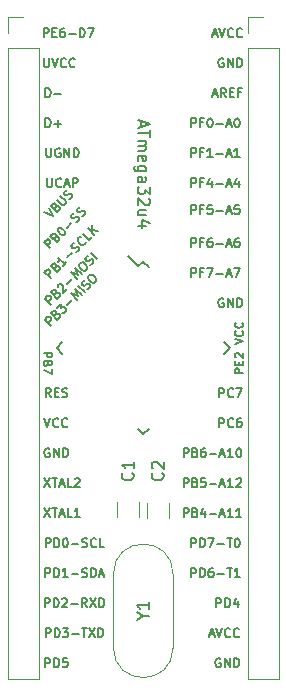
<source format=gto>
%TF.GenerationSoftware,KiCad,Pcbnew,(5.1.7)-1*%
%TF.CreationDate,2020-11-07T21:13:55-05:00*%
%TF.ProjectId,ATmega32u4 Breakout,41546d65-6761-4333-9275-342042726561,rev?*%
%TF.SameCoordinates,Original*%
%TF.FileFunction,Legend,Top*%
%TF.FilePolarity,Positive*%
%FSLAX46Y46*%
G04 Gerber Fmt 4.6, Leading zero omitted, Abs format (unit mm)*
G04 Created by KiCad (PCBNEW (5.1.7)-1) date 2020-11-07 21:13:55*
%MOMM*%
%LPD*%
G01*
G04 APERTURE LIST*
%ADD10C,0.150000*%
%ADD11C,0.120000*%
G04 APERTURE END LIST*
D10*
X141819333Y-78558000D02*
X141819333Y-79034190D01*
X141533619Y-78462761D02*
X142533619Y-78796095D01*
X141533619Y-79129428D01*
X142533619Y-79319904D02*
X142533619Y-79891333D01*
X141533619Y-79605619D02*
X142533619Y-79605619D01*
X141533619Y-80224666D02*
X142200285Y-80224666D01*
X142105047Y-80224666D02*
X142152666Y-80272285D01*
X142200285Y-80367523D01*
X142200285Y-80510380D01*
X142152666Y-80605619D01*
X142057428Y-80653238D01*
X141533619Y-80653238D01*
X142057428Y-80653238D02*
X142152666Y-80700857D01*
X142200285Y-80796095D01*
X142200285Y-80938952D01*
X142152666Y-81034190D01*
X142057428Y-81081809D01*
X141533619Y-81081809D01*
X141581238Y-81938952D02*
X141533619Y-81843714D01*
X141533619Y-81653238D01*
X141581238Y-81558000D01*
X141676476Y-81510380D01*
X142057428Y-81510380D01*
X142152666Y-81558000D01*
X142200285Y-81653238D01*
X142200285Y-81843714D01*
X142152666Y-81938952D01*
X142057428Y-81986571D01*
X141962190Y-81986571D01*
X141866952Y-81510380D01*
X142200285Y-82843714D02*
X141390761Y-82843714D01*
X141295523Y-82796095D01*
X141247904Y-82748476D01*
X141200285Y-82653238D01*
X141200285Y-82510380D01*
X141247904Y-82415142D01*
X141581238Y-82843714D02*
X141533619Y-82748476D01*
X141533619Y-82558000D01*
X141581238Y-82462761D01*
X141628857Y-82415142D01*
X141724095Y-82367523D01*
X142009809Y-82367523D01*
X142105047Y-82415142D01*
X142152666Y-82462761D01*
X142200285Y-82558000D01*
X142200285Y-82748476D01*
X142152666Y-82843714D01*
X141533619Y-83748476D02*
X142057428Y-83748476D01*
X142152666Y-83700857D01*
X142200285Y-83605619D01*
X142200285Y-83415142D01*
X142152666Y-83319904D01*
X141581238Y-83748476D02*
X141533619Y-83653238D01*
X141533619Y-83415142D01*
X141581238Y-83319904D01*
X141676476Y-83272285D01*
X141771714Y-83272285D01*
X141866952Y-83319904D01*
X141914571Y-83415142D01*
X141914571Y-83653238D01*
X141962190Y-83748476D01*
X142533619Y-84129428D02*
X142533619Y-84748476D01*
X142152666Y-84415142D01*
X142152666Y-84558000D01*
X142105047Y-84653238D01*
X142057428Y-84700857D01*
X141962190Y-84748476D01*
X141724095Y-84748476D01*
X141628857Y-84700857D01*
X141581238Y-84653238D01*
X141533619Y-84558000D01*
X141533619Y-84272285D01*
X141581238Y-84177047D01*
X141628857Y-84129428D01*
X142438380Y-85129428D02*
X142486000Y-85177047D01*
X142533619Y-85272285D01*
X142533619Y-85510380D01*
X142486000Y-85605619D01*
X142438380Y-85653238D01*
X142343142Y-85700857D01*
X142247904Y-85700857D01*
X142105047Y-85653238D01*
X141533619Y-85081809D01*
X141533619Y-85700857D01*
X142200285Y-86558000D02*
X141533619Y-86558000D01*
X142200285Y-86129428D02*
X141676476Y-86129428D01*
X141581238Y-86177047D01*
X141533619Y-86272285D01*
X141533619Y-86415142D01*
X141581238Y-86510380D01*
X141628857Y-86558000D01*
X142200285Y-87462761D02*
X141533619Y-87462761D01*
X142581238Y-87224666D02*
X141866952Y-86986571D01*
X141866952Y-87605619D01*
X148526571Y-124085000D02*
X148455142Y-124049285D01*
X148348000Y-124049285D01*
X148240857Y-124085000D01*
X148169428Y-124156428D01*
X148133714Y-124227857D01*
X148098000Y-124370714D01*
X148098000Y-124477857D01*
X148133714Y-124620714D01*
X148169428Y-124692142D01*
X148240857Y-124763571D01*
X148348000Y-124799285D01*
X148419428Y-124799285D01*
X148526571Y-124763571D01*
X148562285Y-124727857D01*
X148562285Y-124477857D01*
X148419428Y-124477857D01*
X148883714Y-124799285D02*
X148883714Y-124049285D01*
X149312285Y-124799285D01*
X149312285Y-124049285D01*
X149669428Y-124799285D02*
X149669428Y-124049285D01*
X149848000Y-124049285D01*
X149955142Y-124085000D01*
X150026571Y-124156428D01*
X150062285Y-124227857D01*
X150098000Y-124370714D01*
X150098000Y-124477857D01*
X150062285Y-124620714D01*
X150026571Y-124692142D01*
X149955142Y-124763571D01*
X149848000Y-124799285D01*
X149669428Y-124799285D01*
X147594000Y-122045000D02*
X147951142Y-122045000D01*
X147522571Y-122259285D02*
X147772571Y-121509285D01*
X148022571Y-122259285D01*
X148165428Y-121509285D02*
X148415428Y-122259285D01*
X148665428Y-121509285D01*
X149344000Y-122187857D02*
X149308285Y-122223571D01*
X149201142Y-122259285D01*
X149129714Y-122259285D01*
X149022571Y-122223571D01*
X148951142Y-122152142D01*
X148915428Y-122080714D01*
X148879714Y-121937857D01*
X148879714Y-121830714D01*
X148915428Y-121687857D01*
X148951142Y-121616428D01*
X149022571Y-121545000D01*
X149129714Y-121509285D01*
X149201142Y-121509285D01*
X149308285Y-121545000D01*
X149344000Y-121580714D01*
X150094000Y-122187857D02*
X150058285Y-122223571D01*
X149951142Y-122259285D01*
X149879714Y-122259285D01*
X149772571Y-122223571D01*
X149701142Y-122152142D01*
X149665428Y-122080714D01*
X149629714Y-121937857D01*
X149629714Y-121830714D01*
X149665428Y-121687857D01*
X149701142Y-121616428D01*
X149772571Y-121545000D01*
X149879714Y-121509285D01*
X149951142Y-121509285D01*
X150058285Y-121545000D01*
X150094000Y-121580714D01*
X148169428Y-119719285D02*
X148169428Y-118969285D01*
X148455142Y-118969285D01*
X148526571Y-119005000D01*
X148562285Y-119040714D01*
X148598000Y-119112142D01*
X148598000Y-119219285D01*
X148562285Y-119290714D01*
X148526571Y-119326428D01*
X148455142Y-119362142D01*
X148169428Y-119362142D01*
X148919428Y-119719285D02*
X148919428Y-118969285D01*
X149098000Y-118969285D01*
X149205142Y-119005000D01*
X149276571Y-119076428D01*
X149312285Y-119147857D01*
X149348000Y-119290714D01*
X149348000Y-119397857D01*
X149312285Y-119540714D01*
X149276571Y-119612142D01*
X149205142Y-119683571D01*
X149098000Y-119719285D01*
X148919428Y-119719285D01*
X149990857Y-119219285D02*
X149990857Y-119719285D01*
X149812285Y-118933571D02*
X149633714Y-119469285D01*
X150098000Y-119469285D01*
X146046285Y-117179285D02*
X146046285Y-116429285D01*
X146332000Y-116429285D01*
X146403428Y-116465000D01*
X146439142Y-116500714D01*
X146474857Y-116572142D01*
X146474857Y-116679285D01*
X146439142Y-116750714D01*
X146403428Y-116786428D01*
X146332000Y-116822142D01*
X146046285Y-116822142D01*
X146796285Y-117179285D02*
X146796285Y-116429285D01*
X146974857Y-116429285D01*
X147082000Y-116465000D01*
X147153428Y-116536428D01*
X147189142Y-116607857D01*
X147224857Y-116750714D01*
X147224857Y-116857857D01*
X147189142Y-117000714D01*
X147153428Y-117072142D01*
X147082000Y-117143571D01*
X146974857Y-117179285D01*
X146796285Y-117179285D01*
X147867714Y-116429285D02*
X147724857Y-116429285D01*
X147653428Y-116465000D01*
X147617714Y-116500714D01*
X147546285Y-116607857D01*
X147510571Y-116750714D01*
X147510571Y-117036428D01*
X147546285Y-117107857D01*
X147582000Y-117143571D01*
X147653428Y-117179285D01*
X147796285Y-117179285D01*
X147867714Y-117143571D01*
X147903428Y-117107857D01*
X147939142Y-117036428D01*
X147939142Y-116857857D01*
X147903428Y-116786428D01*
X147867714Y-116750714D01*
X147796285Y-116715000D01*
X147653428Y-116715000D01*
X147582000Y-116750714D01*
X147546285Y-116786428D01*
X147510571Y-116857857D01*
X148260571Y-116893571D02*
X148832000Y-116893571D01*
X149082000Y-116429285D02*
X149510571Y-116429285D01*
X149296285Y-117179285D02*
X149296285Y-116429285D01*
X150153428Y-117179285D02*
X149724857Y-117179285D01*
X149939142Y-117179285D02*
X149939142Y-116429285D01*
X149867714Y-116536428D01*
X149796285Y-116607857D01*
X149724857Y-116643571D01*
X146046285Y-114639285D02*
X146046285Y-113889285D01*
X146332000Y-113889285D01*
X146403428Y-113925000D01*
X146439142Y-113960714D01*
X146474857Y-114032142D01*
X146474857Y-114139285D01*
X146439142Y-114210714D01*
X146403428Y-114246428D01*
X146332000Y-114282142D01*
X146046285Y-114282142D01*
X146796285Y-114639285D02*
X146796285Y-113889285D01*
X146974857Y-113889285D01*
X147082000Y-113925000D01*
X147153428Y-113996428D01*
X147189142Y-114067857D01*
X147224857Y-114210714D01*
X147224857Y-114317857D01*
X147189142Y-114460714D01*
X147153428Y-114532142D01*
X147082000Y-114603571D01*
X146974857Y-114639285D01*
X146796285Y-114639285D01*
X147474857Y-113889285D02*
X147974857Y-113889285D01*
X147653428Y-114639285D01*
X148260571Y-114353571D02*
X148832000Y-114353571D01*
X149082000Y-113889285D02*
X149510571Y-113889285D01*
X149296285Y-114639285D02*
X149296285Y-113889285D01*
X149903428Y-113889285D02*
X149974857Y-113889285D01*
X150046285Y-113925000D01*
X150082000Y-113960714D01*
X150117714Y-114032142D01*
X150153428Y-114175000D01*
X150153428Y-114353571D01*
X150117714Y-114496428D01*
X150082000Y-114567857D01*
X150046285Y-114603571D01*
X149974857Y-114639285D01*
X149903428Y-114639285D01*
X149832000Y-114603571D01*
X149796285Y-114567857D01*
X149760571Y-114496428D01*
X149724857Y-114353571D01*
X149724857Y-114175000D01*
X149760571Y-114032142D01*
X149796285Y-113960714D01*
X149832000Y-113925000D01*
X149903428Y-113889285D01*
X145399428Y-112099285D02*
X145399428Y-111349285D01*
X145685142Y-111349285D01*
X145756571Y-111385000D01*
X145792285Y-111420714D01*
X145828000Y-111492142D01*
X145828000Y-111599285D01*
X145792285Y-111670714D01*
X145756571Y-111706428D01*
X145685142Y-111742142D01*
X145399428Y-111742142D01*
X146399428Y-111706428D02*
X146506571Y-111742142D01*
X146542285Y-111777857D01*
X146578000Y-111849285D01*
X146578000Y-111956428D01*
X146542285Y-112027857D01*
X146506571Y-112063571D01*
X146435142Y-112099285D01*
X146149428Y-112099285D01*
X146149428Y-111349285D01*
X146399428Y-111349285D01*
X146470857Y-111385000D01*
X146506571Y-111420714D01*
X146542285Y-111492142D01*
X146542285Y-111563571D01*
X146506571Y-111635000D01*
X146470857Y-111670714D01*
X146399428Y-111706428D01*
X146149428Y-111706428D01*
X147220857Y-111599285D02*
X147220857Y-112099285D01*
X147042285Y-111313571D02*
X146863714Y-111849285D01*
X147328000Y-111849285D01*
X147613714Y-111813571D02*
X148185142Y-111813571D01*
X148506571Y-111885000D02*
X148863714Y-111885000D01*
X148435142Y-112099285D02*
X148685142Y-111349285D01*
X148935142Y-112099285D01*
X149578000Y-112099285D02*
X149149428Y-112099285D01*
X149363714Y-112099285D02*
X149363714Y-111349285D01*
X149292285Y-111456428D01*
X149220857Y-111527857D01*
X149149428Y-111563571D01*
X150292285Y-112099285D02*
X149863714Y-112099285D01*
X150078000Y-112099285D02*
X150078000Y-111349285D01*
X150006571Y-111456428D01*
X149935142Y-111527857D01*
X149863714Y-111563571D01*
X145399428Y-109559285D02*
X145399428Y-108809285D01*
X145685142Y-108809285D01*
X145756571Y-108845000D01*
X145792285Y-108880714D01*
X145828000Y-108952142D01*
X145828000Y-109059285D01*
X145792285Y-109130714D01*
X145756571Y-109166428D01*
X145685142Y-109202142D01*
X145399428Y-109202142D01*
X146399428Y-109166428D02*
X146506571Y-109202142D01*
X146542285Y-109237857D01*
X146578000Y-109309285D01*
X146578000Y-109416428D01*
X146542285Y-109487857D01*
X146506571Y-109523571D01*
X146435142Y-109559285D01*
X146149428Y-109559285D01*
X146149428Y-108809285D01*
X146399428Y-108809285D01*
X146470857Y-108845000D01*
X146506571Y-108880714D01*
X146542285Y-108952142D01*
X146542285Y-109023571D01*
X146506571Y-109095000D01*
X146470857Y-109130714D01*
X146399428Y-109166428D01*
X146149428Y-109166428D01*
X147256571Y-108809285D02*
X146899428Y-108809285D01*
X146863714Y-109166428D01*
X146899428Y-109130714D01*
X146970857Y-109095000D01*
X147149428Y-109095000D01*
X147220857Y-109130714D01*
X147256571Y-109166428D01*
X147292285Y-109237857D01*
X147292285Y-109416428D01*
X147256571Y-109487857D01*
X147220857Y-109523571D01*
X147149428Y-109559285D01*
X146970857Y-109559285D01*
X146899428Y-109523571D01*
X146863714Y-109487857D01*
X147613714Y-109273571D02*
X148185142Y-109273571D01*
X148506571Y-109345000D02*
X148863714Y-109345000D01*
X148435142Y-109559285D02*
X148685142Y-108809285D01*
X148935142Y-109559285D01*
X149578000Y-109559285D02*
X149149428Y-109559285D01*
X149363714Y-109559285D02*
X149363714Y-108809285D01*
X149292285Y-108916428D01*
X149220857Y-108987857D01*
X149149428Y-109023571D01*
X149863714Y-108880714D02*
X149899428Y-108845000D01*
X149970857Y-108809285D01*
X150149428Y-108809285D01*
X150220857Y-108845000D01*
X150256571Y-108880714D01*
X150292285Y-108952142D01*
X150292285Y-109023571D01*
X150256571Y-109130714D01*
X149828000Y-109559285D01*
X150292285Y-109559285D01*
X145399428Y-107019285D02*
X145399428Y-106269285D01*
X145685142Y-106269285D01*
X145756571Y-106305000D01*
X145792285Y-106340714D01*
X145828000Y-106412142D01*
X145828000Y-106519285D01*
X145792285Y-106590714D01*
X145756571Y-106626428D01*
X145685142Y-106662142D01*
X145399428Y-106662142D01*
X146399428Y-106626428D02*
X146506571Y-106662142D01*
X146542285Y-106697857D01*
X146578000Y-106769285D01*
X146578000Y-106876428D01*
X146542285Y-106947857D01*
X146506571Y-106983571D01*
X146435142Y-107019285D01*
X146149428Y-107019285D01*
X146149428Y-106269285D01*
X146399428Y-106269285D01*
X146470857Y-106305000D01*
X146506571Y-106340714D01*
X146542285Y-106412142D01*
X146542285Y-106483571D01*
X146506571Y-106555000D01*
X146470857Y-106590714D01*
X146399428Y-106626428D01*
X146149428Y-106626428D01*
X147220857Y-106269285D02*
X147078000Y-106269285D01*
X147006571Y-106305000D01*
X146970857Y-106340714D01*
X146899428Y-106447857D01*
X146863714Y-106590714D01*
X146863714Y-106876428D01*
X146899428Y-106947857D01*
X146935142Y-106983571D01*
X147006571Y-107019285D01*
X147149428Y-107019285D01*
X147220857Y-106983571D01*
X147256571Y-106947857D01*
X147292285Y-106876428D01*
X147292285Y-106697857D01*
X147256571Y-106626428D01*
X147220857Y-106590714D01*
X147149428Y-106555000D01*
X147006571Y-106555000D01*
X146935142Y-106590714D01*
X146899428Y-106626428D01*
X146863714Y-106697857D01*
X147613714Y-106733571D02*
X148185142Y-106733571D01*
X148506571Y-106805000D02*
X148863714Y-106805000D01*
X148435142Y-107019285D02*
X148685142Y-106269285D01*
X148935142Y-107019285D01*
X149578000Y-107019285D02*
X149149428Y-107019285D01*
X149363714Y-107019285D02*
X149363714Y-106269285D01*
X149292285Y-106376428D01*
X149220857Y-106447857D01*
X149149428Y-106483571D01*
X150042285Y-106269285D02*
X150113714Y-106269285D01*
X150185142Y-106305000D01*
X150220857Y-106340714D01*
X150256571Y-106412142D01*
X150292285Y-106555000D01*
X150292285Y-106733571D01*
X150256571Y-106876428D01*
X150220857Y-106947857D01*
X150185142Y-106983571D01*
X150113714Y-107019285D01*
X150042285Y-107019285D01*
X149970857Y-106983571D01*
X149935142Y-106947857D01*
X149899428Y-106876428D01*
X149863714Y-106733571D01*
X149863714Y-106555000D01*
X149899428Y-106412142D01*
X149935142Y-106340714D01*
X149970857Y-106305000D01*
X150042285Y-106269285D01*
X148423428Y-104479285D02*
X148423428Y-103729285D01*
X148709142Y-103729285D01*
X148780571Y-103765000D01*
X148816285Y-103800714D01*
X148852000Y-103872142D01*
X148852000Y-103979285D01*
X148816285Y-104050714D01*
X148780571Y-104086428D01*
X148709142Y-104122142D01*
X148423428Y-104122142D01*
X149602000Y-104407857D02*
X149566285Y-104443571D01*
X149459142Y-104479285D01*
X149387714Y-104479285D01*
X149280571Y-104443571D01*
X149209142Y-104372142D01*
X149173428Y-104300714D01*
X149137714Y-104157857D01*
X149137714Y-104050714D01*
X149173428Y-103907857D01*
X149209142Y-103836428D01*
X149280571Y-103765000D01*
X149387714Y-103729285D01*
X149459142Y-103729285D01*
X149566285Y-103765000D01*
X149602000Y-103800714D01*
X150244857Y-103729285D02*
X150102000Y-103729285D01*
X150030571Y-103765000D01*
X149994857Y-103800714D01*
X149923428Y-103907857D01*
X149887714Y-104050714D01*
X149887714Y-104336428D01*
X149923428Y-104407857D01*
X149959142Y-104443571D01*
X150030571Y-104479285D01*
X150173428Y-104479285D01*
X150244857Y-104443571D01*
X150280571Y-104407857D01*
X150316285Y-104336428D01*
X150316285Y-104157857D01*
X150280571Y-104086428D01*
X150244857Y-104050714D01*
X150173428Y-104015000D01*
X150030571Y-104015000D01*
X149959142Y-104050714D01*
X149923428Y-104086428D01*
X149887714Y-104157857D01*
X148423428Y-101939285D02*
X148423428Y-101189285D01*
X148709142Y-101189285D01*
X148780571Y-101225000D01*
X148816285Y-101260714D01*
X148852000Y-101332142D01*
X148852000Y-101439285D01*
X148816285Y-101510714D01*
X148780571Y-101546428D01*
X148709142Y-101582142D01*
X148423428Y-101582142D01*
X149602000Y-101867857D02*
X149566285Y-101903571D01*
X149459142Y-101939285D01*
X149387714Y-101939285D01*
X149280571Y-101903571D01*
X149209142Y-101832142D01*
X149173428Y-101760714D01*
X149137714Y-101617857D01*
X149137714Y-101510714D01*
X149173428Y-101367857D01*
X149209142Y-101296428D01*
X149280571Y-101225000D01*
X149387714Y-101189285D01*
X149459142Y-101189285D01*
X149566285Y-101225000D01*
X149602000Y-101260714D01*
X149852000Y-101189285D02*
X150352000Y-101189285D01*
X150030571Y-101939285D01*
X150430666Y-99893333D02*
X149730666Y-99893333D01*
X149730666Y-99626666D01*
X149764000Y-99560000D01*
X149797333Y-99526666D01*
X149864000Y-99493333D01*
X149964000Y-99493333D01*
X150030666Y-99526666D01*
X150064000Y-99560000D01*
X150097333Y-99626666D01*
X150097333Y-99893333D01*
X150064000Y-99193333D02*
X150064000Y-98960000D01*
X150430666Y-98860000D02*
X150430666Y-99193333D01*
X149730666Y-99193333D01*
X149730666Y-98860000D01*
X149797333Y-98593333D02*
X149764000Y-98560000D01*
X149730666Y-98493333D01*
X149730666Y-98326666D01*
X149764000Y-98260000D01*
X149797333Y-98226666D01*
X149864000Y-98193333D01*
X149930666Y-98193333D01*
X150030666Y-98226666D01*
X150430666Y-98626666D01*
X150430666Y-98193333D01*
X149730666Y-97453333D02*
X150430666Y-97220000D01*
X149730666Y-96986666D01*
X150364000Y-96353333D02*
X150397333Y-96386666D01*
X150430666Y-96486666D01*
X150430666Y-96553333D01*
X150397333Y-96653333D01*
X150330666Y-96720000D01*
X150264000Y-96753333D01*
X150130666Y-96786666D01*
X150030666Y-96786666D01*
X149897333Y-96753333D01*
X149830666Y-96720000D01*
X149764000Y-96653333D01*
X149730666Y-96553333D01*
X149730666Y-96486666D01*
X149764000Y-96386666D01*
X149797333Y-96353333D01*
X150364000Y-95653333D02*
X150397333Y-95686666D01*
X150430666Y-95786666D01*
X150430666Y-95853333D01*
X150397333Y-95953333D01*
X150330666Y-96020000D01*
X150264000Y-96053333D01*
X150130666Y-96086666D01*
X150030666Y-96086666D01*
X149897333Y-96053333D01*
X149830666Y-96020000D01*
X149764000Y-95953333D01*
X149730666Y-95853333D01*
X149730666Y-95786666D01*
X149764000Y-95686666D01*
X149797333Y-95653333D01*
X148780571Y-93605000D02*
X148709142Y-93569285D01*
X148602000Y-93569285D01*
X148494857Y-93605000D01*
X148423428Y-93676428D01*
X148387714Y-93747857D01*
X148352000Y-93890714D01*
X148352000Y-93997857D01*
X148387714Y-94140714D01*
X148423428Y-94212142D01*
X148494857Y-94283571D01*
X148602000Y-94319285D01*
X148673428Y-94319285D01*
X148780571Y-94283571D01*
X148816285Y-94247857D01*
X148816285Y-93997857D01*
X148673428Y-93997857D01*
X149137714Y-94319285D02*
X149137714Y-93569285D01*
X149566285Y-94319285D01*
X149566285Y-93569285D01*
X149923428Y-94319285D02*
X149923428Y-93569285D01*
X150102000Y-93569285D01*
X150209142Y-93605000D01*
X150280571Y-93676428D01*
X150316285Y-93747857D01*
X150352000Y-93890714D01*
X150352000Y-93997857D01*
X150316285Y-94140714D01*
X150280571Y-94212142D01*
X150209142Y-94283571D01*
X150102000Y-94319285D01*
X149923428Y-94319285D01*
X146064142Y-91779285D02*
X146064142Y-91029285D01*
X146349857Y-91029285D01*
X146421285Y-91065000D01*
X146457000Y-91100714D01*
X146492714Y-91172142D01*
X146492714Y-91279285D01*
X146457000Y-91350714D01*
X146421285Y-91386428D01*
X146349857Y-91422142D01*
X146064142Y-91422142D01*
X147064142Y-91386428D02*
X146814142Y-91386428D01*
X146814142Y-91779285D02*
X146814142Y-91029285D01*
X147171285Y-91029285D01*
X147385571Y-91029285D02*
X147885571Y-91029285D01*
X147564142Y-91779285D01*
X148171285Y-91493571D02*
X148742714Y-91493571D01*
X149064142Y-91565000D02*
X149421285Y-91565000D01*
X148992714Y-91779285D02*
X149242714Y-91029285D01*
X149492714Y-91779285D01*
X149671285Y-91029285D02*
X150171285Y-91029285D01*
X149849857Y-91779285D01*
X146064142Y-89239285D02*
X146064142Y-88489285D01*
X146349857Y-88489285D01*
X146421285Y-88525000D01*
X146457000Y-88560714D01*
X146492714Y-88632142D01*
X146492714Y-88739285D01*
X146457000Y-88810714D01*
X146421285Y-88846428D01*
X146349857Y-88882142D01*
X146064142Y-88882142D01*
X147064142Y-88846428D02*
X146814142Y-88846428D01*
X146814142Y-89239285D02*
X146814142Y-88489285D01*
X147171285Y-88489285D01*
X147778428Y-88489285D02*
X147635571Y-88489285D01*
X147564142Y-88525000D01*
X147528428Y-88560714D01*
X147457000Y-88667857D01*
X147421285Y-88810714D01*
X147421285Y-89096428D01*
X147457000Y-89167857D01*
X147492714Y-89203571D01*
X147564142Y-89239285D01*
X147707000Y-89239285D01*
X147778428Y-89203571D01*
X147814142Y-89167857D01*
X147849857Y-89096428D01*
X147849857Y-88917857D01*
X147814142Y-88846428D01*
X147778428Y-88810714D01*
X147707000Y-88775000D01*
X147564142Y-88775000D01*
X147492714Y-88810714D01*
X147457000Y-88846428D01*
X147421285Y-88917857D01*
X148171285Y-88953571D02*
X148742714Y-88953571D01*
X149064142Y-89025000D02*
X149421285Y-89025000D01*
X148992714Y-89239285D02*
X149242714Y-88489285D01*
X149492714Y-89239285D01*
X150064142Y-88489285D02*
X149921285Y-88489285D01*
X149849857Y-88525000D01*
X149814142Y-88560714D01*
X149742714Y-88667857D01*
X149707000Y-88810714D01*
X149707000Y-89096428D01*
X149742714Y-89167857D01*
X149778428Y-89203571D01*
X149849857Y-89239285D01*
X149992714Y-89239285D01*
X150064142Y-89203571D01*
X150099857Y-89167857D01*
X150135571Y-89096428D01*
X150135571Y-88917857D01*
X150099857Y-88846428D01*
X150064142Y-88810714D01*
X149992714Y-88775000D01*
X149849857Y-88775000D01*
X149778428Y-88810714D01*
X149742714Y-88846428D01*
X149707000Y-88917857D01*
X146064142Y-86445285D02*
X146064142Y-85695285D01*
X146349857Y-85695285D01*
X146421285Y-85731000D01*
X146457000Y-85766714D01*
X146492714Y-85838142D01*
X146492714Y-85945285D01*
X146457000Y-86016714D01*
X146421285Y-86052428D01*
X146349857Y-86088142D01*
X146064142Y-86088142D01*
X147064142Y-86052428D02*
X146814142Y-86052428D01*
X146814142Y-86445285D02*
X146814142Y-85695285D01*
X147171285Y-85695285D01*
X147814142Y-85695285D02*
X147457000Y-85695285D01*
X147421285Y-86052428D01*
X147457000Y-86016714D01*
X147528428Y-85981000D01*
X147707000Y-85981000D01*
X147778428Y-86016714D01*
X147814142Y-86052428D01*
X147849857Y-86123857D01*
X147849857Y-86302428D01*
X147814142Y-86373857D01*
X147778428Y-86409571D01*
X147707000Y-86445285D01*
X147528428Y-86445285D01*
X147457000Y-86409571D01*
X147421285Y-86373857D01*
X148171285Y-86159571D02*
X148742714Y-86159571D01*
X149064142Y-86231000D02*
X149421285Y-86231000D01*
X148992714Y-86445285D02*
X149242714Y-85695285D01*
X149492714Y-86445285D01*
X150099857Y-85695285D02*
X149742714Y-85695285D01*
X149707000Y-86052428D01*
X149742714Y-86016714D01*
X149814142Y-85981000D01*
X149992714Y-85981000D01*
X150064142Y-86016714D01*
X150099857Y-86052428D01*
X150135571Y-86123857D01*
X150135571Y-86302428D01*
X150099857Y-86373857D01*
X150064142Y-86409571D01*
X149992714Y-86445285D01*
X149814142Y-86445285D01*
X149742714Y-86409571D01*
X149707000Y-86373857D01*
X146064142Y-84159285D02*
X146064142Y-83409285D01*
X146349857Y-83409285D01*
X146421285Y-83445000D01*
X146457000Y-83480714D01*
X146492714Y-83552142D01*
X146492714Y-83659285D01*
X146457000Y-83730714D01*
X146421285Y-83766428D01*
X146349857Y-83802142D01*
X146064142Y-83802142D01*
X147064142Y-83766428D02*
X146814142Y-83766428D01*
X146814142Y-84159285D02*
X146814142Y-83409285D01*
X147171285Y-83409285D01*
X147778428Y-83659285D02*
X147778428Y-84159285D01*
X147599857Y-83373571D02*
X147421285Y-83909285D01*
X147885571Y-83909285D01*
X148171285Y-83873571D02*
X148742714Y-83873571D01*
X149064142Y-83945000D02*
X149421285Y-83945000D01*
X148992714Y-84159285D02*
X149242714Y-83409285D01*
X149492714Y-84159285D01*
X150064142Y-83659285D02*
X150064142Y-84159285D01*
X149885571Y-83373571D02*
X149707000Y-83909285D01*
X150171285Y-83909285D01*
X146064142Y-81619285D02*
X146064142Y-80869285D01*
X146349857Y-80869285D01*
X146421285Y-80905000D01*
X146457000Y-80940714D01*
X146492714Y-81012142D01*
X146492714Y-81119285D01*
X146457000Y-81190714D01*
X146421285Y-81226428D01*
X146349857Y-81262142D01*
X146064142Y-81262142D01*
X147064142Y-81226428D02*
X146814142Y-81226428D01*
X146814142Y-81619285D02*
X146814142Y-80869285D01*
X147171285Y-80869285D01*
X147849857Y-81619285D02*
X147421285Y-81619285D01*
X147635571Y-81619285D02*
X147635571Y-80869285D01*
X147564142Y-80976428D01*
X147492714Y-81047857D01*
X147421285Y-81083571D01*
X148171285Y-81333571D02*
X148742714Y-81333571D01*
X149064142Y-81405000D02*
X149421285Y-81405000D01*
X148992714Y-81619285D02*
X149242714Y-80869285D01*
X149492714Y-81619285D01*
X150135571Y-81619285D02*
X149707000Y-81619285D01*
X149921285Y-81619285D02*
X149921285Y-80869285D01*
X149849857Y-80976428D01*
X149778428Y-81047857D01*
X149707000Y-81083571D01*
X146064142Y-79079285D02*
X146064142Y-78329285D01*
X146349857Y-78329285D01*
X146421285Y-78365000D01*
X146457000Y-78400714D01*
X146492714Y-78472142D01*
X146492714Y-78579285D01*
X146457000Y-78650714D01*
X146421285Y-78686428D01*
X146349857Y-78722142D01*
X146064142Y-78722142D01*
X147064142Y-78686428D02*
X146814142Y-78686428D01*
X146814142Y-79079285D02*
X146814142Y-78329285D01*
X147171285Y-78329285D01*
X147599857Y-78329285D02*
X147671285Y-78329285D01*
X147742714Y-78365000D01*
X147778428Y-78400714D01*
X147814142Y-78472142D01*
X147849857Y-78615000D01*
X147849857Y-78793571D01*
X147814142Y-78936428D01*
X147778428Y-79007857D01*
X147742714Y-79043571D01*
X147671285Y-79079285D01*
X147599857Y-79079285D01*
X147528428Y-79043571D01*
X147492714Y-79007857D01*
X147457000Y-78936428D01*
X147421285Y-78793571D01*
X147421285Y-78615000D01*
X147457000Y-78472142D01*
X147492714Y-78400714D01*
X147528428Y-78365000D01*
X147599857Y-78329285D01*
X148171285Y-78793571D02*
X148742714Y-78793571D01*
X149064142Y-78865000D02*
X149421285Y-78865000D01*
X148992714Y-79079285D02*
X149242714Y-78329285D01*
X149492714Y-79079285D01*
X149885571Y-78329285D02*
X149957000Y-78329285D01*
X150028428Y-78365000D01*
X150064142Y-78400714D01*
X150099857Y-78472142D01*
X150135571Y-78615000D01*
X150135571Y-78793571D01*
X150099857Y-78936428D01*
X150064142Y-79007857D01*
X150028428Y-79043571D01*
X149957000Y-79079285D01*
X149885571Y-79079285D01*
X149814142Y-79043571D01*
X149778428Y-79007857D01*
X149742714Y-78936428D01*
X149707000Y-78793571D01*
X149707000Y-78615000D01*
X149742714Y-78472142D01*
X149778428Y-78400714D01*
X149814142Y-78365000D01*
X149885571Y-78329285D01*
X147883714Y-76325000D02*
X148240857Y-76325000D01*
X147812285Y-76539285D02*
X148062285Y-75789285D01*
X148312285Y-76539285D01*
X148990857Y-76539285D02*
X148740857Y-76182142D01*
X148562285Y-76539285D02*
X148562285Y-75789285D01*
X148848000Y-75789285D01*
X148919428Y-75825000D01*
X148955142Y-75860714D01*
X148990857Y-75932142D01*
X148990857Y-76039285D01*
X148955142Y-76110714D01*
X148919428Y-76146428D01*
X148848000Y-76182142D01*
X148562285Y-76182142D01*
X149312285Y-76146428D02*
X149562285Y-76146428D01*
X149669428Y-76539285D02*
X149312285Y-76539285D01*
X149312285Y-75789285D01*
X149669428Y-75789285D01*
X150240857Y-76146428D02*
X149990857Y-76146428D01*
X149990857Y-76539285D02*
X149990857Y-75789285D01*
X150348000Y-75789285D01*
X148780571Y-73285000D02*
X148709142Y-73249285D01*
X148602000Y-73249285D01*
X148494857Y-73285000D01*
X148423428Y-73356428D01*
X148387714Y-73427857D01*
X148352000Y-73570714D01*
X148352000Y-73677857D01*
X148387714Y-73820714D01*
X148423428Y-73892142D01*
X148494857Y-73963571D01*
X148602000Y-73999285D01*
X148673428Y-73999285D01*
X148780571Y-73963571D01*
X148816285Y-73927857D01*
X148816285Y-73677857D01*
X148673428Y-73677857D01*
X149137714Y-73999285D02*
X149137714Y-73249285D01*
X149566285Y-73999285D01*
X149566285Y-73249285D01*
X149923428Y-73999285D02*
X149923428Y-73249285D01*
X150102000Y-73249285D01*
X150209142Y-73285000D01*
X150280571Y-73356428D01*
X150316285Y-73427857D01*
X150352000Y-73570714D01*
X150352000Y-73677857D01*
X150316285Y-73820714D01*
X150280571Y-73892142D01*
X150209142Y-73963571D01*
X150102000Y-73999285D01*
X149923428Y-73999285D01*
X147848000Y-71245000D02*
X148205142Y-71245000D01*
X147776571Y-71459285D02*
X148026571Y-70709285D01*
X148276571Y-71459285D01*
X148419428Y-70709285D02*
X148669428Y-71459285D01*
X148919428Y-70709285D01*
X149598000Y-71387857D02*
X149562285Y-71423571D01*
X149455142Y-71459285D01*
X149383714Y-71459285D01*
X149276571Y-71423571D01*
X149205142Y-71352142D01*
X149169428Y-71280714D01*
X149133714Y-71137857D01*
X149133714Y-71030714D01*
X149169428Y-70887857D01*
X149205142Y-70816428D01*
X149276571Y-70745000D01*
X149383714Y-70709285D01*
X149455142Y-70709285D01*
X149562285Y-70745000D01*
X149598000Y-70780714D01*
X150348000Y-71387857D02*
X150312285Y-71423571D01*
X150205142Y-71459285D01*
X150133714Y-71459285D01*
X150026571Y-71423571D01*
X149955142Y-71352142D01*
X149919428Y-71280714D01*
X149883714Y-71137857D01*
X149883714Y-71030714D01*
X149919428Y-70887857D01*
X149955142Y-70816428D01*
X150026571Y-70745000D01*
X150133714Y-70709285D01*
X150205142Y-70709285D01*
X150312285Y-70745000D01*
X150348000Y-70780714D01*
X133691428Y-124799285D02*
X133691428Y-124049285D01*
X133977142Y-124049285D01*
X134048571Y-124085000D01*
X134084285Y-124120714D01*
X134120000Y-124192142D01*
X134120000Y-124299285D01*
X134084285Y-124370714D01*
X134048571Y-124406428D01*
X133977142Y-124442142D01*
X133691428Y-124442142D01*
X134441428Y-124799285D02*
X134441428Y-124049285D01*
X134620000Y-124049285D01*
X134727142Y-124085000D01*
X134798571Y-124156428D01*
X134834285Y-124227857D01*
X134870000Y-124370714D01*
X134870000Y-124477857D01*
X134834285Y-124620714D01*
X134798571Y-124692142D01*
X134727142Y-124763571D01*
X134620000Y-124799285D01*
X134441428Y-124799285D01*
X135548571Y-124049285D02*
X135191428Y-124049285D01*
X135155714Y-124406428D01*
X135191428Y-124370714D01*
X135262857Y-124335000D01*
X135441428Y-124335000D01*
X135512857Y-124370714D01*
X135548571Y-124406428D01*
X135584285Y-124477857D01*
X135584285Y-124656428D01*
X135548571Y-124727857D01*
X135512857Y-124763571D01*
X135441428Y-124799285D01*
X135262857Y-124799285D01*
X135191428Y-124763571D01*
X135155714Y-124727857D01*
X133733285Y-122259285D02*
X133733285Y-121509285D01*
X134019000Y-121509285D01*
X134090428Y-121545000D01*
X134126142Y-121580714D01*
X134161857Y-121652142D01*
X134161857Y-121759285D01*
X134126142Y-121830714D01*
X134090428Y-121866428D01*
X134019000Y-121902142D01*
X133733285Y-121902142D01*
X134483285Y-122259285D02*
X134483285Y-121509285D01*
X134661857Y-121509285D01*
X134769000Y-121545000D01*
X134840428Y-121616428D01*
X134876142Y-121687857D01*
X134911857Y-121830714D01*
X134911857Y-121937857D01*
X134876142Y-122080714D01*
X134840428Y-122152142D01*
X134769000Y-122223571D01*
X134661857Y-122259285D01*
X134483285Y-122259285D01*
X135161857Y-121509285D02*
X135626142Y-121509285D01*
X135376142Y-121795000D01*
X135483285Y-121795000D01*
X135554714Y-121830714D01*
X135590428Y-121866428D01*
X135626142Y-121937857D01*
X135626142Y-122116428D01*
X135590428Y-122187857D01*
X135554714Y-122223571D01*
X135483285Y-122259285D01*
X135269000Y-122259285D01*
X135197571Y-122223571D01*
X135161857Y-122187857D01*
X135947571Y-121973571D02*
X136519000Y-121973571D01*
X136769000Y-121509285D02*
X137197571Y-121509285D01*
X136983285Y-122259285D02*
X136983285Y-121509285D01*
X137376142Y-121509285D02*
X137876142Y-122259285D01*
X137876142Y-121509285D02*
X137376142Y-122259285D01*
X138161857Y-122259285D02*
X138161857Y-121509285D01*
X138340428Y-121509285D01*
X138447571Y-121545000D01*
X138519000Y-121616428D01*
X138554714Y-121687857D01*
X138590428Y-121830714D01*
X138590428Y-121937857D01*
X138554714Y-122080714D01*
X138519000Y-122152142D01*
X138447571Y-122223571D01*
X138340428Y-122259285D01*
X138161857Y-122259285D01*
X133644000Y-119719285D02*
X133644000Y-118969285D01*
X133929714Y-118969285D01*
X134001142Y-119005000D01*
X134036857Y-119040714D01*
X134072571Y-119112142D01*
X134072571Y-119219285D01*
X134036857Y-119290714D01*
X134001142Y-119326428D01*
X133929714Y-119362142D01*
X133644000Y-119362142D01*
X134394000Y-119719285D02*
X134394000Y-118969285D01*
X134572571Y-118969285D01*
X134679714Y-119005000D01*
X134751142Y-119076428D01*
X134786857Y-119147857D01*
X134822571Y-119290714D01*
X134822571Y-119397857D01*
X134786857Y-119540714D01*
X134751142Y-119612142D01*
X134679714Y-119683571D01*
X134572571Y-119719285D01*
X134394000Y-119719285D01*
X135108285Y-119040714D02*
X135144000Y-119005000D01*
X135215428Y-118969285D01*
X135394000Y-118969285D01*
X135465428Y-119005000D01*
X135501142Y-119040714D01*
X135536857Y-119112142D01*
X135536857Y-119183571D01*
X135501142Y-119290714D01*
X135072571Y-119719285D01*
X135536857Y-119719285D01*
X135858285Y-119433571D02*
X136429714Y-119433571D01*
X137215428Y-119719285D02*
X136965428Y-119362142D01*
X136786857Y-119719285D02*
X136786857Y-118969285D01*
X137072571Y-118969285D01*
X137144000Y-119005000D01*
X137179714Y-119040714D01*
X137215428Y-119112142D01*
X137215428Y-119219285D01*
X137179714Y-119290714D01*
X137144000Y-119326428D01*
X137072571Y-119362142D01*
X136786857Y-119362142D01*
X137465428Y-118969285D02*
X137965428Y-119719285D01*
X137965428Y-118969285D02*
X137465428Y-119719285D01*
X138251142Y-119719285D02*
X138251142Y-118969285D01*
X138429714Y-118969285D01*
X138536857Y-119005000D01*
X138608285Y-119076428D01*
X138644000Y-119147857D01*
X138679714Y-119290714D01*
X138679714Y-119397857D01*
X138644000Y-119540714D01*
X138608285Y-119612142D01*
X138536857Y-119683571D01*
X138429714Y-119719285D01*
X138251142Y-119719285D01*
X133697571Y-117179285D02*
X133697571Y-116429285D01*
X133983285Y-116429285D01*
X134054714Y-116465000D01*
X134090428Y-116500714D01*
X134126142Y-116572142D01*
X134126142Y-116679285D01*
X134090428Y-116750714D01*
X134054714Y-116786428D01*
X133983285Y-116822142D01*
X133697571Y-116822142D01*
X134447571Y-117179285D02*
X134447571Y-116429285D01*
X134626142Y-116429285D01*
X134733285Y-116465000D01*
X134804714Y-116536428D01*
X134840428Y-116607857D01*
X134876142Y-116750714D01*
X134876142Y-116857857D01*
X134840428Y-117000714D01*
X134804714Y-117072142D01*
X134733285Y-117143571D01*
X134626142Y-117179285D01*
X134447571Y-117179285D01*
X135590428Y-117179285D02*
X135161857Y-117179285D01*
X135376142Y-117179285D02*
X135376142Y-116429285D01*
X135304714Y-116536428D01*
X135233285Y-116607857D01*
X135161857Y-116643571D01*
X135911857Y-116893571D02*
X136483285Y-116893571D01*
X136804714Y-117143571D02*
X136911857Y-117179285D01*
X137090428Y-117179285D01*
X137161857Y-117143571D01*
X137197571Y-117107857D01*
X137233285Y-117036428D01*
X137233285Y-116965000D01*
X137197571Y-116893571D01*
X137161857Y-116857857D01*
X137090428Y-116822142D01*
X136947571Y-116786428D01*
X136876142Y-116750714D01*
X136840428Y-116715000D01*
X136804714Y-116643571D01*
X136804714Y-116572142D01*
X136840428Y-116500714D01*
X136876142Y-116465000D01*
X136947571Y-116429285D01*
X137126142Y-116429285D01*
X137233285Y-116465000D01*
X137554714Y-117179285D02*
X137554714Y-116429285D01*
X137733285Y-116429285D01*
X137840428Y-116465000D01*
X137911857Y-116536428D01*
X137947571Y-116607857D01*
X137983285Y-116750714D01*
X137983285Y-116857857D01*
X137947571Y-117000714D01*
X137911857Y-117072142D01*
X137840428Y-117143571D01*
X137733285Y-117179285D01*
X137554714Y-117179285D01*
X138269000Y-116965000D02*
X138626142Y-116965000D01*
X138197571Y-117179285D02*
X138447571Y-116429285D01*
X138697571Y-117179285D01*
X133715428Y-114639285D02*
X133715428Y-113889285D01*
X134001142Y-113889285D01*
X134072571Y-113925000D01*
X134108285Y-113960714D01*
X134144000Y-114032142D01*
X134144000Y-114139285D01*
X134108285Y-114210714D01*
X134072571Y-114246428D01*
X134001142Y-114282142D01*
X133715428Y-114282142D01*
X134465428Y-114639285D02*
X134465428Y-113889285D01*
X134644000Y-113889285D01*
X134751142Y-113925000D01*
X134822571Y-113996428D01*
X134858285Y-114067857D01*
X134894000Y-114210714D01*
X134894000Y-114317857D01*
X134858285Y-114460714D01*
X134822571Y-114532142D01*
X134751142Y-114603571D01*
X134644000Y-114639285D01*
X134465428Y-114639285D01*
X135358285Y-113889285D02*
X135429714Y-113889285D01*
X135501142Y-113925000D01*
X135536857Y-113960714D01*
X135572571Y-114032142D01*
X135608285Y-114175000D01*
X135608285Y-114353571D01*
X135572571Y-114496428D01*
X135536857Y-114567857D01*
X135501142Y-114603571D01*
X135429714Y-114639285D01*
X135358285Y-114639285D01*
X135286857Y-114603571D01*
X135251142Y-114567857D01*
X135215428Y-114496428D01*
X135179714Y-114353571D01*
X135179714Y-114175000D01*
X135215428Y-114032142D01*
X135251142Y-113960714D01*
X135286857Y-113925000D01*
X135358285Y-113889285D01*
X135929714Y-114353571D02*
X136501142Y-114353571D01*
X136822571Y-114603571D02*
X136929714Y-114639285D01*
X137108285Y-114639285D01*
X137179714Y-114603571D01*
X137215428Y-114567857D01*
X137251142Y-114496428D01*
X137251142Y-114425000D01*
X137215428Y-114353571D01*
X137179714Y-114317857D01*
X137108285Y-114282142D01*
X136965428Y-114246428D01*
X136894000Y-114210714D01*
X136858285Y-114175000D01*
X136822571Y-114103571D01*
X136822571Y-114032142D01*
X136858285Y-113960714D01*
X136894000Y-113925000D01*
X136965428Y-113889285D01*
X137144000Y-113889285D01*
X137251142Y-113925000D01*
X138001142Y-114567857D02*
X137965428Y-114603571D01*
X137858285Y-114639285D01*
X137786857Y-114639285D01*
X137679714Y-114603571D01*
X137608285Y-114532142D01*
X137572571Y-114460714D01*
X137536857Y-114317857D01*
X137536857Y-114210714D01*
X137572571Y-114067857D01*
X137608285Y-113996428D01*
X137679714Y-113925000D01*
X137786857Y-113889285D01*
X137858285Y-113889285D01*
X137965428Y-113925000D01*
X138001142Y-113960714D01*
X138679714Y-114639285D02*
X138322571Y-114639285D01*
X138322571Y-113889285D01*
X133610142Y-111349285D02*
X134110142Y-112099285D01*
X134110142Y-111349285D02*
X133610142Y-112099285D01*
X134288714Y-111349285D02*
X134717285Y-111349285D01*
X134503000Y-112099285D02*
X134503000Y-111349285D01*
X134931571Y-111885000D02*
X135288714Y-111885000D01*
X134860142Y-112099285D02*
X135110142Y-111349285D01*
X135360142Y-112099285D01*
X135967285Y-112099285D02*
X135610142Y-112099285D01*
X135610142Y-111349285D01*
X136610142Y-112099285D02*
X136181571Y-112099285D01*
X136395857Y-112099285D02*
X136395857Y-111349285D01*
X136324428Y-111456428D01*
X136253000Y-111527857D01*
X136181571Y-111563571D01*
X133610142Y-108809285D02*
X134110142Y-109559285D01*
X134110142Y-108809285D02*
X133610142Y-109559285D01*
X134288714Y-108809285D02*
X134717285Y-108809285D01*
X134503000Y-109559285D02*
X134503000Y-108809285D01*
X134931571Y-109345000D02*
X135288714Y-109345000D01*
X134860142Y-109559285D02*
X135110142Y-108809285D01*
X135360142Y-109559285D01*
X135967285Y-109559285D02*
X135610142Y-109559285D01*
X135610142Y-108809285D01*
X136181571Y-108880714D02*
X136217285Y-108845000D01*
X136288714Y-108809285D01*
X136467285Y-108809285D01*
X136538714Y-108845000D01*
X136574428Y-108880714D01*
X136610142Y-108952142D01*
X136610142Y-109023571D01*
X136574428Y-109130714D01*
X136145857Y-109559285D01*
X136610142Y-109559285D01*
X134048571Y-106305000D02*
X133977142Y-106269285D01*
X133870000Y-106269285D01*
X133762857Y-106305000D01*
X133691428Y-106376428D01*
X133655714Y-106447857D01*
X133620000Y-106590714D01*
X133620000Y-106697857D01*
X133655714Y-106840714D01*
X133691428Y-106912142D01*
X133762857Y-106983571D01*
X133870000Y-107019285D01*
X133941428Y-107019285D01*
X134048571Y-106983571D01*
X134084285Y-106947857D01*
X134084285Y-106697857D01*
X133941428Y-106697857D01*
X134405714Y-107019285D02*
X134405714Y-106269285D01*
X134834285Y-107019285D01*
X134834285Y-106269285D01*
X135191428Y-107019285D02*
X135191428Y-106269285D01*
X135370000Y-106269285D01*
X135477142Y-106305000D01*
X135548571Y-106376428D01*
X135584285Y-106447857D01*
X135620000Y-106590714D01*
X135620000Y-106697857D01*
X135584285Y-106840714D01*
X135548571Y-106912142D01*
X135477142Y-106983571D01*
X135370000Y-107019285D01*
X135191428Y-107019285D01*
X133620000Y-103729285D02*
X133870000Y-104479285D01*
X134120000Y-103729285D01*
X134798571Y-104407857D02*
X134762857Y-104443571D01*
X134655714Y-104479285D01*
X134584285Y-104479285D01*
X134477142Y-104443571D01*
X134405714Y-104372142D01*
X134370000Y-104300714D01*
X134334285Y-104157857D01*
X134334285Y-104050714D01*
X134370000Y-103907857D01*
X134405714Y-103836428D01*
X134477142Y-103765000D01*
X134584285Y-103729285D01*
X134655714Y-103729285D01*
X134762857Y-103765000D01*
X134798571Y-103800714D01*
X135548571Y-104407857D02*
X135512857Y-104443571D01*
X135405714Y-104479285D01*
X135334285Y-104479285D01*
X135227142Y-104443571D01*
X135155714Y-104372142D01*
X135120000Y-104300714D01*
X135084285Y-104157857D01*
X135084285Y-104050714D01*
X135120000Y-103907857D01*
X135155714Y-103836428D01*
X135227142Y-103765000D01*
X135334285Y-103729285D01*
X135405714Y-103729285D01*
X135512857Y-103765000D01*
X135548571Y-103800714D01*
X134155714Y-101939285D02*
X133905714Y-101582142D01*
X133727142Y-101939285D02*
X133727142Y-101189285D01*
X134012857Y-101189285D01*
X134084285Y-101225000D01*
X134120000Y-101260714D01*
X134155714Y-101332142D01*
X134155714Y-101439285D01*
X134120000Y-101510714D01*
X134084285Y-101546428D01*
X134012857Y-101582142D01*
X133727142Y-101582142D01*
X134477142Y-101546428D02*
X134727142Y-101546428D01*
X134834285Y-101939285D02*
X134477142Y-101939285D01*
X134477142Y-101189285D01*
X134834285Y-101189285D01*
X135120000Y-101903571D02*
X135227142Y-101939285D01*
X135405714Y-101939285D01*
X135477142Y-101903571D01*
X135512857Y-101867857D01*
X135548571Y-101796428D01*
X135548571Y-101725000D01*
X135512857Y-101653571D01*
X135477142Y-101617857D01*
X135405714Y-101582142D01*
X135262857Y-101546428D01*
X135191428Y-101510714D01*
X135155714Y-101475000D01*
X135120000Y-101403571D01*
X135120000Y-101332142D01*
X135155714Y-101260714D01*
X135191428Y-101225000D01*
X135262857Y-101189285D01*
X135441428Y-101189285D01*
X135548571Y-101225000D01*
X133541333Y-98193333D02*
X134241333Y-98193333D01*
X134241333Y-98460000D01*
X134208000Y-98526666D01*
X134174666Y-98560000D01*
X134108000Y-98593333D01*
X134008000Y-98593333D01*
X133941333Y-98560000D01*
X133908000Y-98526666D01*
X133874666Y-98460000D01*
X133874666Y-98193333D01*
X133908000Y-99126666D02*
X133874666Y-99226666D01*
X133841333Y-99260000D01*
X133774666Y-99293333D01*
X133674666Y-99293333D01*
X133608000Y-99260000D01*
X133574666Y-99226666D01*
X133541333Y-99160000D01*
X133541333Y-98893333D01*
X134241333Y-98893333D01*
X134241333Y-99126666D01*
X134208000Y-99193333D01*
X134174666Y-99226666D01*
X134108000Y-99260000D01*
X134041333Y-99260000D01*
X133974666Y-99226666D01*
X133941333Y-99193333D01*
X133908000Y-99126666D01*
X133908000Y-98893333D01*
X134241333Y-99526666D02*
X134241333Y-99993333D01*
X133541333Y-99693333D01*
X134185367Y-95910454D02*
X133655037Y-95380124D01*
X133857068Y-95178094D01*
X133932829Y-95152840D01*
X133983337Y-95152840D01*
X134059098Y-95178094D01*
X134134859Y-95253855D01*
X134160113Y-95329617D01*
X134160113Y-95380124D01*
X134134859Y-95455886D01*
X133932829Y-95657916D01*
X134614682Y-94925556D02*
X134715697Y-94875048D01*
X134766205Y-94875048D01*
X134841966Y-94900302D01*
X134917728Y-94976063D01*
X134942981Y-95051825D01*
X134942981Y-95102332D01*
X134917728Y-95178094D01*
X134715697Y-95380124D01*
X134185367Y-94849794D01*
X134362144Y-94673018D01*
X134437905Y-94647764D01*
X134488413Y-94647764D01*
X134564174Y-94673018D01*
X134614682Y-94723525D01*
X134639936Y-94799287D01*
X134639936Y-94849794D01*
X134614682Y-94925556D01*
X134437905Y-95102332D01*
X134665190Y-94369972D02*
X134993489Y-94041672D01*
X135018743Y-94420479D01*
X135094504Y-94344718D01*
X135170266Y-94319464D01*
X135220773Y-94319464D01*
X135296535Y-94344718D01*
X135422804Y-94470987D01*
X135448058Y-94546748D01*
X135448058Y-94597256D01*
X135422804Y-94673018D01*
X135271281Y-94824540D01*
X135195520Y-94849794D01*
X135145012Y-94849794D01*
X135549073Y-94142687D02*
X135953134Y-93738626D01*
X136407703Y-93688119D02*
X135877373Y-93157789D01*
X136432956Y-93359819D01*
X136230926Y-92804235D01*
X136761256Y-93334565D01*
X137013794Y-93082027D02*
X136483464Y-92551697D01*
X137215825Y-92829489D02*
X137316840Y-92778981D01*
X137443109Y-92652712D01*
X137468363Y-92576951D01*
X137468363Y-92526443D01*
X137443109Y-92450682D01*
X137392601Y-92400174D01*
X137316840Y-92374920D01*
X137266332Y-92374920D01*
X137190571Y-92400174D01*
X137064302Y-92475936D01*
X136988540Y-92501190D01*
X136938033Y-92501190D01*
X136862271Y-92475936D01*
X136811764Y-92425428D01*
X136786510Y-92349667D01*
X136786510Y-92299159D01*
X136811764Y-92223398D01*
X136938033Y-92097129D01*
X137039048Y-92046621D01*
X137342094Y-91693068D02*
X137443109Y-91592052D01*
X137518870Y-91566798D01*
X137619886Y-91566798D01*
X137746155Y-91642560D01*
X137922931Y-91819337D01*
X137998693Y-91945606D01*
X137998693Y-92046621D01*
X137973439Y-92122382D01*
X137872424Y-92223398D01*
X137796662Y-92248651D01*
X137695647Y-92248651D01*
X137569378Y-92172890D01*
X137392601Y-91996113D01*
X137316840Y-91869844D01*
X137316840Y-91768829D01*
X137342094Y-91693068D01*
X134185367Y-94132454D02*
X133655037Y-93602124D01*
X133857068Y-93400094D01*
X133932829Y-93374840D01*
X133983337Y-93374840D01*
X134059098Y-93400094D01*
X134134859Y-93475855D01*
X134160113Y-93551617D01*
X134160113Y-93602124D01*
X134134859Y-93677886D01*
X133932829Y-93879916D01*
X134614682Y-93147556D02*
X134715697Y-93097048D01*
X134766205Y-93097048D01*
X134841966Y-93122302D01*
X134917728Y-93198063D01*
X134942981Y-93273825D01*
X134942981Y-93324332D01*
X134917728Y-93400094D01*
X134715697Y-93602124D01*
X134185367Y-93071794D01*
X134362144Y-92895018D01*
X134437905Y-92869764D01*
X134488413Y-92869764D01*
X134564174Y-92895018D01*
X134614682Y-92945525D01*
X134639936Y-93021287D01*
X134639936Y-93071794D01*
X134614682Y-93147556D01*
X134437905Y-93324332D01*
X134740951Y-92617226D02*
X134740951Y-92566718D01*
X134766205Y-92490956D01*
X134892474Y-92364687D01*
X134968235Y-92339434D01*
X135018743Y-92339434D01*
X135094504Y-92364687D01*
X135145012Y-92415195D01*
X135195520Y-92516210D01*
X135195520Y-93122302D01*
X135523819Y-92794002D01*
X135549073Y-92364687D02*
X135953134Y-91960626D01*
X136407703Y-91910119D02*
X135877373Y-91379789D01*
X136432956Y-91581819D01*
X136230926Y-91026235D01*
X136761256Y-91556565D01*
X136584479Y-90672682D02*
X136685495Y-90571667D01*
X136761256Y-90546413D01*
X136862271Y-90546413D01*
X136988540Y-90622174D01*
X137165317Y-90798951D01*
X137241079Y-90925220D01*
X137241079Y-91026235D01*
X137215825Y-91101997D01*
X137114809Y-91203012D01*
X137039048Y-91228266D01*
X136938033Y-91228266D01*
X136811764Y-91152504D01*
X136634987Y-90975728D01*
X136559226Y-90849459D01*
X136559226Y-90748443D01*
X136584479Y-90672682D01*
X137518870Y-90748443D02*
X137619886Y-90697936D01*
X137746155Y-90571667D01*
X137771409Y-90495905D01*
X137771409Y-90445398D01*
X137746155Y-90369636D01*
X137695647Y-90319129D01*
X137619886Y-90293875D01*
X137569378Y-90293875D01*
X137493617Y-90319129D01*
X137367348Y-90394890D01*
X137291586Y-90420144D01*
X137241079Y-90420144D01*
X137165317Y-90394890D01*
X137114809Y-90344382D01*
X137089556Y-90268621D01*
X137089556Y-90218113D01*
X137114809Y-90142352D01*
X137241079Y-90016083D01*
X137342094Y-89965575D01*
X138074454Y-90243367D02*
X137544124Y-89713037D01*
X134147486Y-91884335D02*
X133617156Y-91354005D01*
X133819187Y-91151975D01*
X133894948Y-91126721D01*
X133945456Y-91126721D01*
X134021217Y-91151975D01*
X134096979Y-91227736D01*
X134122233Y-91303497D01*
X134122233Y-91354005D01*
X134096979Y-91429766D01*
X133894948Y-91631797D01*
X134576801Y-90899436D02*
X134677816Y-90848929D01*
X134728324Y-90848929D01*
X134804086Y-90874183D01*
X134879847Y-90949944D01*
X134905101Y-91025705D01*
X134905101Y-91076213D01*
X134879847Y-91151975D01*
X134677816Y-91354005D01*
X134147486Y-90823675D01*
X134324263Y-90646898D01*
X134400024Y-90621644D01*
X134450532Y-90621644D01*
X134526294Y-90646898D01*
X134576801Y-90697406D01*
X134602055Y-90773167D01*
X134602055Y-90823675D01*
X134576801Y-90899436D01*
X134400024Y-91076213D01*
X135485938Y-90545883D02*
X135182893Y-90848929D01*
X135334416Y-90697406D02*
X134804086Y-90167076D01*
X134829339Y-90293345D01*
X134829339Y-90394360D01*
X134804086Y-90470122D01*
X135511192Y-90116568D02*
X135915253Y-89712507D01*
X136319314Y-89662000D02*
X136420330Y-89611492D01*
X136546599Y-89485223D01*
X136571852Y-89409461D01*
X136571852Y-89358954D01*
X136546599Y-89283192D01*
X136496091Y-89232685D01*
X136420330Y-89207431D01*
X136369822Y-89207431D01*
X136294061Y-89232685D01*
X136167791Y-89308446D01*
X136092030Y-89333700D01*
X136041522Y-89333700D01*
X135965761Y-89308446D01*
X135915253Y-89257938D01*
X135890000Y-89182177D01*
X135890000Y-89131669D01*
X135915253Y-89055908D01*
X136041522Y-88929639D01*
X136142538Y-88879131D01*
X137127436Y-88803370D02*
X137127436Y-88853877D01*
X137076929Y-88954893D01*
X137026421Y-89005400D01*
X136925406Y-89055908D01*
X136824391Y-89055908D01*
X136748629Y-89030654D01*
X136622360Y-88954893D01*
X136546599Y-88879131D01*
X136470837Y-88752862D01*
X136445583Y-88677101D01*
X136445583Y-88576086D01*
X136496091Y-88475070D01*
X136546599Y-88424563D01*
X136647614Y-88374055D01*
X136698122Y-88374055D01*
X137657766Y-88374055D02*
X137405228Y-88626593D01*
X136874898Y-88096263D01*
X137834543Y-88197278D02*
X137304213Y-87666948D01*
X138137589Y-87894233D02*
X137607259Y-87818471D01*
X137607259Y-87363902D02*
X137607259Y-87969994D01*
X134131936Y-89359886D02*
X133601606Y-88829556D01*
X133803636Y-88627525D01*
X133879398Y-88602271D01*
X133929905Y-88602271D01*
X134005667Y-88627525D01*
X134081428Y-88703287D01*
X134106682Y-88779048D01*
X134106682Y-88829556D01*
X134081428Y-88905317D01*
X133879398Y-89107348D01*
X134561251Y-88374987D02*
X134662266Y-88324479D01*
X134712773Y-88324479D01*
X134788535Y-88349733D01*
X134864296Y-88425495D01*
X134889550Y-88501256D01*
X134889550Y-88551764D01*
X134864296Y-88627525D01*
X134662266Y-88829556D01*
X134131936Y-88299226D01*
X134308712Y-88122449D01*
X134384474Y-88097195D01*
X134434981Y-88097195D01*
X134510743Y-88122449D01*
X134561251Y-88172956D01*
X134586504Y-88248718D01*
X134586504Y-88299226D01*
X134561251Y-88374987D01*
X134384474Y-88551764D01*
X134763281Y-87667880D02*
X134813789Y-87617373D01*
X134889550Y-87592119D01*
X134940058Y-87592119D01*
X135015819Y-87617373D01*
X135142088Y-87693134D01*
X135268357Y-87819403D01*
X135344119Y-87945672D01*
X135369373Y-88021434D01*
X135369373Y-88071941D01*
X135344119Y-88147703D01*
X135293611Y-88198210D01*
X135217850Y-88223464D01*
X135167342Y-88223464D01*
X135091581Y-88198210D01*
X134965312Y-88122449D01*
X134839043Y-87996180D01*
X134763281Y-87869911D01*
X134738027Y-87794149D01*
X134738027Y-87743642D01*
X134763281Y-87667880D01*
X135495642Y-87592119D02*
X135899703Y-87188058D01*
X136303764Y-87137550D02*
X136404779Y-87087043D01*
X136531048Y-86960773D01*
X136556302Y-86885012D01*
X136556302Y-86834504D01*
X136531048Y-86758743D01*
X136480540Y-86708235D01*
X136404779Y-86682981D01*
X136354271Y-86682981D01*
X136278510Y-86708235D01*
X136152241Y-86783997D01*
X136076479Y-86809251D01*
X136025972Y-86809251D01*
X135950210Y-86783997D01*
X135899703Y-86733489D01*
X135874449Y-86657728D01*
X135874449Y-86607220D01*
X135899703Y-86531459D01*
X136025972Y-86405190D01*
X136126987Y-86354682D01*
X136808840Y-86632474D02*
X136909855Y-86581966D01*
X137036124Y-86455697D01*
X137061378Y-86379936D01*
X137061378Y-86329428D01*
X137036124Y-86253667D01*
X136985617Y-86203159D01*
X136909855Y-86177905D01*
X136859348Y-86177905D01*
X136783586Y-86203159D01*
X136657317Y-86278920D01*
X136581556Y-86304174D01*
X136531048Y-86304174D01*
X136455287Y-86278920D01*
X136404779Y-86228413D01*
X136379525Y-86152651D01*
X136379525Y-86102144D01*
X136404779Y-86026382D01*
X136531048Y-85900113D01*
X136632063Y-85849606D01*
X133611309Y-86279852D02*
X134318416Y-86633406D01*
X133964862Y-85926299D01*
X134570954Y-85825284D02*
X134671969Y-85774776D01*
X134722477Y-85774776D01*
X134798238Y-85800030D01*
X134874000Y-85875791D01*
X134899253Y-85951553D01*
X134899253Y-86002061D01*
X134874000Y-86077822D01*
X134671969Y-86279852D01*
X134141639Y-85749522D01*
X134318416Y-85572746D01*
X134394177Y-85547492D01*
X134444685Y-85547492D01*
X134520446Y-85572746D01*
X134570954Y-85623253D01*
X134596208Y-85699015D01*
X134596208Y-85749522D01*
X134570954Y-85825284D01*
X134394177Y-86002061D01*
X134671969Y-85219192D02*
X135101284Y-85648507D01*
X135177045Y-85673761D01*
X135227553Y-85673761D01*
X135303314Y-85648507D01*
X135404330Y-85547492D01*
X135429583Y-85471730D01*
X135429583Y-85421223D01*
X135404330Y-85345461D01*
X134975015Y-84916147D01*
X135707375Y-85193938D02*
X135808391Y-85143431D01*
X135934660Y-85017162D01*
X135959913Y-84941400D01*
X135959913Y-84890893D01*
X135934660Y-84815131D01*
X135884152Y-84764624D01*
X135808391Y-84739370D01*
X135757883Y-84739370D01*
X135682122Y-84764624D01*
X135555852Y-84840385D01*
X135480091Y-84865639D01*
X135429583Y-84865639D01*
X135353822Y-84840385D01*
X135303314Y-84789877D01*
X135278061Y-84714116D01*
X135278061Y-84663608D01*
X135303314Y-84587847D01*
X135429583Y-84461578D01*
X135530599Y-84411070D01*
X133842285Y-83409285D02*
X133842285Y-84016428D01*
X133878000Y-84087857D01*
X133913714Y-84123571D01*
X133985142Y-84159285D01*
X134128000Y-84159285D01*
X134199428Y-84123571D01*
X134235142Y-84087857D01*
X134270857Y-84016428D01*
X134270857Y-83409285D01*
X135056571Y-84087857D02*
X135020857Y-84123571D01*
X134913714Y-84159285D01*
X134842285Y-84159285D01*
X134735142Y-84123571D01*
X134663714Y-84052142D01*
X134628000Y-83980714D01*
X134592285Y-83837857D01*
X134592285Y-83730714D01*
X134628000Y-83587857D01*
X134663714Y-83516428D01*
X134735142Y-83445000D01*
X134842285Y-83409285D01*
X134913714Y-83409285D01*
X135020857Y-83445000D01*
X135056571Y-83480714D01*
X135342285Y-83945000D02*
X135699428Y-83945000D01*
X135270857Y-84159285D02*
X135520857Y-83409285D01*
X135770857Y-84159285D01*
X136020857Y-84159285D02*
X136020857Y-83409285D01*
X136306571Y-83409285D01*
X136378000Y-83445000D01*
X136413714Y-83480714D01*
X136449428Y-83552142D01*
X136449428Y-83659285D01*
X136413714Y-83730714D01*
X136378000Y-83766428D01*
X136306571Y-83802142D01*
X136020857Y-83802142D01*
X133770857Y-80869285D02*
X133770857Y-81476428D01*
X133806571Y-81547857D01*
X133842285Y-81583571D01*
X133913714Y-81619285D01*
X134056571Y-81619285D01*
X134128000Y-81583571D01*
X134163714Y-81547857D01*
X134199428Y-81476428D01*
X134199428Y-80869285D01*
X134949428Y-80905000D02*
X134878000Y-80869285D01*
X134770857Y-80869285D01*
X134663714Y-80905000D01*
X134592285Y-80976428D01*
X134556571Y-81047857D01*
X134520857Y-81190714D01*
X134520857Y-81297857D01*
X134556571Y-81440714D01*
X134592285Y-81512142D01*
X134663714Y-81583571D01*
X134770857Y-81619285D01*
X134842285Y-81619285D01*
X134949428Y-81583571D01*
X134985142Y-81547857D01*
X134985142Y-81297857D01*
X134842285Y-81297857D01*
X135306571Y-81619285D02*
X135306571Y-80869285D01*
X135735142Y-81619285D01*
X135735142Y-80869285D01*
X136092285Y-81619285D02*
X136092285Y-80869285D01*
X136270857Y-80869285D01*
X136378000Y-80905000D01*
X136449428Y-80976428D01*
X136485142Y-81047857D01*
X136520857Y-81190714D01*
X136520857Y-81297857D01*
X136485142Y-81440714D01*
X136449428Y-81512142D01*
X136378000Y-81583571D01*
X136270857Y-81619285D01*
X136092285Y-81619285D01*
X133705285Y-79079285D02*
X133705285Y-78329285D01*
X133883857Y-78329285D01*
X133991000Y-78365000D01*
X134062428Y-78436428D01*
X134098142Y-78507857D01*
X134133857Y-78650714D01*
X134133857Y-78757857D01*
X134098142Y-78900714D01*
X134062428Y-78972142D01*
X133991000Y-79043571D01*
X133883857Y-79079285D01*
X133705285Y-79079285D01*
X134455285Y-78793571D02*
X135026714Y-78793571D01*
X134741000Y-79079285D02*
X134741000Y-78507857D01*
X133705285Y-76539285D02*
X133705285Y-75789285D01*
X133883857Y-75789285D01*
X133991000Y-75825000D01*
X134062428Y-75896428D01*
X134098142Y-75967857D01*
X134133857Y-76110714D01*
X134133857Y-76217857D01*
X134098142Y-76360714D01*
X134062428Y-76432142D01*
X133991000Y-76503571D01*
X133883857Y-76539285D01*
X133705285Y-76539285D01*
X134455285Y-76253571D02*
X135026714Y-76253571D01*
X133588285Y-73249285D02*
X133588285Y-73856428D01*
X133624000Y-73927857D01*
X133659714Y-73963571D01*
X133731142Y-73999285D01*
X133874000Y-73999285D01*
X133945428Y-73963571D01*
X133981142Y-73927857D01*
X134016857Y-73856428D01*
X134016857Y-73249285D01*
X134266857Y-73249285D02*
X134516857Y-73999285D01*
X134766857Y-73249285D01*
X135445428Y-73927857D02*
X135409714Y-73963571D01*
X135302571Y-73999285D01*
X135231142Y-73999285D01*
X135124000Y-73963571D01*
X135052571Y-73892142D01*
X135016857Y-73820714D01*
X134981142Y-73677857D01*
X134981142Y-73570714D01*
X135016857Y-73427857D01*
X135052571Y-73356428D01*
X135124000Y-73285000D01*
X135231142Y-73249285D01*
X135302571Y-73249285D01*
X135409714Y-73285000D01*
X135445428Y-73320714D01*
X136195428Y-73927857D02*
X136159714Y-73963571D01*
X136052571Y-73999285D01*
X135981142Y-73999285D01*
X135874000Y-73963571D01*
X135802571Y-73892142D01*
X135766857Y-73820714D01*
X135731142Y-73677857D01*
X135731142Y-73570714D01*
X135766857Y-73427857D01*
X135802571Y-73356428D01*
X135874000Y-73285000D01*
X135981142Y-73249285D01*
X136052571Y-73249285D01*
X136159714Y-73285000D01*
X136195428Y-73320714D01*
X133546714Y-71459285D02*
X133546714Y-70709285D01*
X133832428Y-70709285D01*
X133903857Y-70745000D01*
X133939571Y-70780714D01*
X133975285Y-70852142D01*
X133975285Y-70959285D01*
X133939571Y-71030714D01*
X133903857Y-71066428D01*
X133832428Y-71102142D01*
X133546714Y-71102142D01*
X134296714Y-71066428D02*
X134546714Y-71066428D01*
X134653857Y-71459285D02*
X134296714Y-71459285D01*
X134296714Y-70709285D01*
X134653857Y-70709285D01*
X135296714Y-70709285D02*
X135153857Y-70709285D01*
X135082428Y-70745000D01*
X135046714Y-70780714D01*
X134975285Y-70887857D01*
X134939571Y-71030714D01*
X134939571Y-71316428D01*
X134975285Y-71387857D01*
X135011000Y-71423571D01*
X135082428Y-71459285D01*
X135225285Y-71459285D01*
X135296714Y-71423571D01*
X135332428Y-71387857D01*
X135368142Y-71316428D01*
X135368142Y-71137857D01*
X135332428Y-71066428D01*
X135296714Y-71030714D01*
X135225285Y-70995000D01*
X135082428Y-70995000D01*
X135011000Y-71030714D01*
X134975285Y-71066428D01*
X134939571Y-71137857D01*
X135689571Y-71173571D02*
X136261000Y-71173571D01*
X136618142Y-71459285D02*
X136618142Y-70709285D01*
X136796714Y-70709285D01*
X136903857Y-70745000D01*
X136975285Y-70816428D01*
X137011000Y-70887857D01*
X137046714Y-71030714D01*
X137046714Y-71137857D01*
X137011000Y-71280714D01*
X136975285Y-71352142D01*
X136903857Y-71423571D01*
X136796714Y-71459285D01*
X136618142Y-71459285D01*
X137296714Y-70709285D02*
X137796714Y-70709285D01*
X137475285Y-71459285D01*
D11*
%TO.C,Y1*%
X139461000Y-116917000D02*
X139461000Y-123167000D01*
X144511000Y-116917000D02*
X144511000Y-123167000D01*
X139461000Y-116917000D02*
G75*
G02*
X144511000Y-116917000I2525000J0D01*
G01*
X139461000Y-123167000D02*
G75*
G03*
X144511000Y-123167000I2525000J0D01*
G01*
D10*
%TO.C,U1*%
X141579414Y-90878031D02*
X140677852Y-89976470D01*
X149304555Y-97790000D02*
X148827258Y-97312703D01*
X141986000Y-105108555D02*
X141508703Y-104631258D01*
X134667445Y-97790000D02*
X135144742Y-98267297D01*
X141986000Y-90471445D02*
X142463297Y-90948742D01*
X134667445Y-97790000D02*
X135144742Y-97312703D01*
X141986000Y-105108555D02*
X142463297Y-104631258D01*
X149304555Y-97790000D02*
X148827258Y-98267297D01*
X141986000Y-90471445D02*
X141579414Y-90878031D01*
D11*
%TO.C,J1*%
X130496000Y-69790000D02*
X131826000Y-69790000D01*
X130496000Y-71120000D02*
X130496000Y-69790000D01*
X130496000Y-72390000D02*
X133156000Y-72390000D01*
X133156000Y-72390000D02*
X133156000Y-125790000D01*
X130496000Y-72390000D02*
X130496000Y-125790000D01*
X130496000Y-125790000D02*
X133156000Y-125790000D01*
%TO.C,J2*%
X150816000Y-125790000D02*
X153476000Y-125790000D01*
X150816000Y-72390000D02*
X150816000Y-125790000D01*
X153476000Y-72390000D02*
X153476000Y-125790000D01*
X150816000Y-72390000D02*
X153476000Y-72390000D01*
X150816000Y-71120000D02*
X150816000Y-69790000D01*
X150816000Y-69790000D02*
X152146000Y-69790000D01*
%TO.C,C2*%
X144176000Y-112155000D02*
X144176000Y-110897000D01*
X142336000Y-112155000D02*
X142336000Y-110897000D01*
%TO.C,C1*%
X141636000Y-110857000D02*
X141636000Y-112115000D01*
X139796000Y-110857000D02*
X139796000Y-112115000D01*
%TO.C,Y1*%
D10*
X141962190Y-120491190D02*
X142438380Y-120491190D01*
X141438380Y-120824523D02*
X141962190Y-120491190D01*
X141438380Y-120157857D01*
X142438380Y-119300714D02*
X142438380Y-119872142D01*
X142438380Y-119586428D02*
X141438380Y-119586428D01*
X141581238Y-119681666D01*
X141676476Y-119776904D01*
X141724095Y-119872142D01*
%TO.C,C2*%
X143613142Y-108370666D02*
X143660761Y-108418285D01*
X143708380Y-108561142D01*
X143708380Y-108656380D01*
X143660761Y-108799238D01*
X143565523Y-108894476D01*
X143470285Y-108942095D01*
X143279809Y-108989714D01*
X143136952Y-108989714D01*
X142946476Y-108942095D01*
X142851238Y-108894476D01*
X142756000Y-108799238D01*
X142708380Y-108656380D01*
X142708380Y-108561142D01*
X142756000Y-108418285D01*
X142803619Y-108370666D01*
X142803619Y-107989714D02*
X142756000Y-107942095D01*
X142708380Y-107846857D01*
X142708380Y-107608761D01*
X142756000Y-107513523D01*
X142803619Y-107465904D01*
X142898857Y-107418285D01*
X142994095Y-107418285D01*
X143136952Y-107465904D01*
X143708380Y-108037333D01*
X143708380Y-107418285D01*
%TO.C,C1*%
X141073142Y-108370666D02*
X141120761Y-108418285D01*
X141168380Y-108561142D01*
X141168380Y-108656380D01*
X141120761Y-108799238D01*
X141025523Y-108894476D01*
X140930285Y-108942095D01*
X140739809Y-108989714D01*
X140596952Y-108989714D01*
X140406476Y-108942095D01*
X140311238Y-108894476D01*
X140216000Y-108799238D01*
X140168380Y-108656380D01*
X140168380Y-108561142D01*
X140216000Y-108418285D01*
X140263619Y-108370666D01*
X141168380Y-107418285D02*
X141168380Y-107989714D01*
X141168380Y-107704000D02*
X140168380Y-107704000D01*
X140311238Y-107799238D01*
X140406476Y-107894476D01*
X140454095Y-107989714D01*
%TD*%
M02*

</source>
